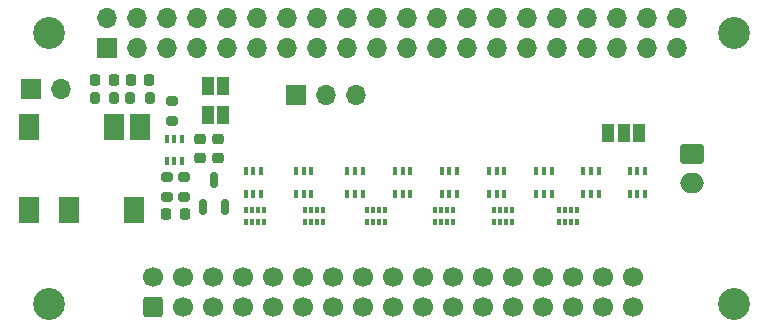
<source format=gbr>
%TF.GenerationSoftware,KiCad,Pcbnew,8.0.4+dfsg-1*%
%TF.CreationDate,2025-02-22T18:35:30+01:00*%
%TF.ProjectId,Acorn_1Mhz_bus_PiZero_interface,41636f72-6e5f-4314-9d68-7a5f6275735f,rev?*%
%TF.SameCoordinates,Original*%
%TF.FileFunction,Soldermask,Top*%
%TF.FilePolarity,Negative*%
%FSLAX46Y46*%
G04 Gerber Fmt 4.6, Leading zero omitted, Abs format (unit mm)*
G04 Created by KiCad (PCBNEW 8.0.4+dfsg-1) date 2025-02-22 18:35:30*
%MOMM*%
%LPD*%
G01*
G04 APERTURE LIST*
G04 Aperture macros list*
%AMRoundRect*
0 Rectangle with rounded corners*
0 $1 Rounding radius*
0 $2 $3 $4 $5 $6 $7 $8 $9 X,Y pos of 4 corners*
0 Add a 4 corners polygon primitive as box body*
4,1,4,$2,$3,$4,$5,$6,$7,$8,$9,$2,$3,0*
0 Add four circle primitives for the rounded corners*
1,1,$1+$1,$2,$3*
1,1,$1+$1,$4,$5*
1,1,$1+$1,$6,$7*
1,1,$1+$1,$8,$9*
0 Add four rect primitives between the rounded corners*
20,1,$1+$1,$2,$3,$4,$5,0*
20,1,$1+$1,$4,$5,$6,$7,0*
20,1,$1+$1,$6,$7,$8,$9,0*
20,1,$1+$1,$8,$9,$2,$3,0*%
G04 Aperture macros list end*
%ADD10RoundRect,0.100000X0.100000X-0.225000X0.100000X0.225000X-0.100000X0.225000X-0.100000X-0.225000X0*%
%ADD11R,0.400000X0.500000*%
%ADD12R,0.300000X0.500000*%
%ADD13R,1.700000X1.700000*%
%ADD14O,1.700000X1.700000*%
%ADD15R,1.000000X1.500000*%
%ADD16RoundRect,0.225000X0.225000X0.250000X-0.225000X0.250000X-0.225000X-0.250000X0.225000X-0.250000X0*%
%ADD17RoundRect,0.225000X0.250000X-0.225000X0.250000X0.225000X-0.250000X0.225000X-0.250000X-0.225000X0*%
%ADD18RoundRect,0.200000X-0.200000X-0.275000X0.200000X-0.275000X0.200000X0.275000X-0.200000X0.275000X0*%
%ADD19C,2.700000*%
%ADD20RoundRect,0.200000X0.275000X-0.200000X0.275000X0.200000X-0.275000X0.200000X-0.275000X-0.200000X0*%
%ADD21RoundRect,0.225000X-0.225000X-0.250000X0.225000X-0.250000X0.225000X0.250000X-0.225000X0.250000X0*%
%ADD22R,1.800000X2.300000*%
%ADD23RoundRect,0.225000X-0.250000X0.225000X-0.250000X-0.225000X0.250000X-0.225000X0.250000X0.225000X0*%
%ADD24RoundRect,0.250000X-0.750000X0.600000X-0.750000X-0.600000X0.750000X-0.600000X0.750000X0.600000X0*%
%ADD25O,2.000000X1.700000*%
%ADD26RoundRect,0.150000X0.150000X-0.512500X0.150000X0.512500X-0.150000X0.512500X-0.150000X-0.512500X0*%
%ADD27RoundRect,0.250000X0.600000X-0.600000X0.600000X0.600000X-0.600000X0.600000X-0.600000X-0.600000X0*%
%ADD28C,1.700000*%
%ADD29RoundRect,0.200000X0.200000X0.275000X-0.200000X0.275000X-0.200000X-0.275000X0.200000X-0.275000X0*%
G04 APERTURE END LIST*
D10*
%TO.C,D7*%
X144800000Y-117150000D03*
X145450000Y-117150000D03*
X146100000Y-117150000D03*
X146100000Y-115250000D03*
X145450000Y-115250000D03*
X144800000Y-115250000D03*
%TD*%
D11*
%TO.C,RN3*%
X130500000Y-119500000D03*
D12*
X131000000Y-119500000D03*
X131500000Y-119500000D03*
D11*
X132000000Y-119500000D03*
X132000000Y-118500000D03*
D12*
X131500000Y-118500000D03*
X131000000Y-118500000D03*
D11*
X130500000Y-118500000D03*
%TD*%
D13*
%TO.C,J5*%
X124500000Y-108750000D03*
D14*
X127040000Y-108750000D03*
X129580000Y-108750000D03*
%TD*%
D15*
%TO.C,JP2*%
X117000000Y-108000000D03*
X118300000Y-108000000D03*
%TD*%
D10*
%TO.C,D8*%
X148800000Y-117150000D03*
X149450000Y-117150000D03*
X150100000Y-117150000D03*
X150100000Y-115250000D03*
X149450000Y-115250000D03*
X148800000Y-115250000D03*
%TD*%
D16*
%TO.C,C5*%
X109025000Y-107500000D03*
X107475000Y-107500000D03*
%TD*%
D10*
%TO.C,U2*%
X113500000Y-114400000D03*
X114150000Y-114400000D03*
X114800000Y-114400000D03*
X114800000Y-112500000D03*
X114150000Y-112500000D03*
X113500000Y-112500000D03*
%TD*%
D17*
%TO.C,C1*%
X117850000Y-114100000D03*
X117850000Y-112550000D03*
%TD*%
D18*
%TO.C,R5*%
X107425000Y-109000000D03*
X109075000Y-109000000D03*
%TD*%
D19*
%TO.C,H4*%
X161550000Y-126500000D03*
%TD*%
D20*
%TO.C,R2*%
X115000000Y-117400000D03*
X115000000Y-115750000D03*
%TD*%
D15*
%TO.C,JP3*%
X150900000Y-112000000D03*
X152200000Y-112000000D03*
X153500000Y-112000000D03*
%TD*%
D11*
%TO.C,RN1*%
X120250000Y-119500000D03*
D12*
X120750000Y-119500000D03*
X121250000Y-119500000D03*
D11*
X121750000Y-119500000D03*
X121750000Y-118500000D03*
D12*
X121250000Y-118500000D03*
X120750000Y-118500000D03*
D11*
X120250000Y-118500000D03*
%TD*%
D20*
%TO.C,R3*%
X114000000Y-110950000D03*
X114000000Y-109300000D03*
%TD*%
D11*
%TO.C,RN5*%
X141250000Y-119500000D03*
D12*
X141750000Y-119500000D03*
X142250000Y-119500000D03*
D11*
X142750000Y-119500000D03*
X142750000Y-118500000D03*
D12*
X142250000Y-118500000D03*
X141750000Y-118500000D03*
D11*
X141250000Y-118500000D03*
%TD*%
D10*
%TO.C,D2*%
X124450000Y-117150000D03*
X125100000Y-117150000D03*
X125750000Y-117150000D03*
X125750000Y-115250000D03*
X125100000Y-115250000D03*
X124450000Y-115250000D03*
%TD*%
D21*
%TO.C,C4*%
X110475000Y-107500000D03*
X112025000Y-107500000D03*
%TD*%
D22*
%TO.C,J3*%
X101850000Y-118500000D03*
X105250000Y-118500000D03*
X110750000Y-118500000D03*
X101850000Y-111500000D03*
X109050000Y-111500000D03*
X111250000Y-111500000D03*
%TD*%
D23*
%TO.C,C3*%
X116350000Y-112550000D03*
X116350000Y-114100000D03*
%TD*%
D10*
%TO.C,D6*%
X140800000Y-117150000D03*
X141450000Y-117150000D03*
X142100000Y-117150000D03*
X142100000Y-115250000D03*
X141450000Y-115250000D03*
X140800000Y-115250000D03*
%TD*%
%TO.C,D9*%
X152700000Y-117150000D03*
X153350000Y-117150000D03*
X154000000Y-117150000D03*
X154000000Y-115250000D03*
X153350000Y-115250000D03*
X152700000Y-115250000D03*
%TD*%
D15*
%TO.C,JP1*%
X118300000Y-110500000D03*
X117000000Y-110500000D03*
%TD*%
D16*
%TO.C,C2*%
X115025000Y-118850000D03*
X113475000Y-118850000D03*
%TD*%
D10*
%TO.C,D4*%
X132850000Y-117150000D03*
X133500000Y-117150000D03*
X134150000Y-117150000D03*
X134150000Y-115250000D03*
X133500000Y-115250000D03*
X132850000Y-115250000D03*
%TD*%
%TO.C,D1*%
X120200000Y-117150000D03*
X120850000Y-117150000D03*
X121500000Y-117150000D03*
X121500000Y-115250000D03*
X120850000Y-115250000D03*
X120200000Y-115250000D03*
%TD*%
D19*
%TO.C,H3*%
X103550000Y-126500000D03*
%TD*%
D11*
%TO.C,RN6*%
X146750000Y-119500000D03*
D12*
X147250000Y-119500000D03*
X147750000Y-119500000D03*
D11*
X148250000Y-119500000D03*
X148250000Y-118500000D03*
D12*
X147750000Y-118500000D03*
X147250000Y-118500000D03*
D11*
X146750000Y-118500000D03*
%TD*%
D13*
%TO.C,J4*%
X102000000Y-108250000D03*
D14*
X104540000Y-108250000D03*
%TD*%
D10*
%TO.C,D3*%
X128800000Y-117150000D03*
X129450000Y-117150000D03*
X130100000Y-117150000D03*
X130100000Y-115250000D03*
X129450000Y-115250000D03*
X128800000Y-115250000D03*
%TD*%
D24*
%TO.C,J6*%
X158000000Y-113750000D03*
D25*
X158000000Y-116250000D03*
%TD*%
D19*
%TO.C,H2*%
X161550000Y-103500000D03*
%TD*%
D11*
%TO.C,RN2*%
X125250000Y-119500000D03*
D12*
X125750000Y-119500000D03*
X126250000Y-119500000D03*
D11*
X126750000Y-119500000D03*
X126750000Y-118500000D03*
D12*
X126250000Y-118500000D03*
X125750000Y-118500000D03*
D11*
X125250000Y-118500000D03*
%TD*%
D26*
%TO.C,U1*%
X116550000Y-118275000D03*
X118450000Y-118275000D03*
X117500000Y-116000000D03*
%TD*%
D27*
%TO.C,J1*%
X112350000Y-126750000D03*
D28*
X112350000Y-124210000D03*
X114890000Y-126750000D03*
X114890000Y-124210000D03*
X117430000Y-126750000D03*
X117430000Y-124210000D03*
X119970000Y-126750000D03*
X119970000Y-124210000D03*
X122510000Y-126750000D03*
X122510000Y-124210000D03*
X125050000Y-126750000D03*
X125050000Y-124210000D03*
X127590000Y-126750000D03*
X127590000Y-124210000D03*
X130130000Y-126750000D03*
X130130000Y-124210000D03*
X132670000Y-126750000D03*
X132670000Y-124210000D03*
X135210000Y-126750000D03*
X135210000Y-124210000D03*
X137750000Y-126750000D03*
X137750000Y-124210000D03*
X140290000Y-126750000D03*
X140290000Y-124210000D03*
X142830000Y-126750000D03*
X142830000Y-124210000D03*
X145370000Y-126750000D03*
X145370000Y-124210000D03*
X147910000Y-126750000D03*
X147910000Y-124210000D03*
X150450000Y-126750000D03*
X150450000Y-124210000D03*
X152990000Y-126750000D03*
X152990000Y-124210000D03*
%TD*%
D29*
%TO.C,R4*%
X112075000Y-109000000D03*
X110425000Y-109000000D03*
%TD*%
D10*
%TO.C,D5*%
X136800000Y-117150000D03*
X137450000Y-117150000D03*
X138100000Y-117150000D03*
X138100000Y-115250000D03*
X137450000Y-115250000D03*
X136800000Y-115250000D03*
%TD*%
D20*
%TO.C,R1*%
X113500000Y-117400000D03*
X113500000Y-115750000D03*
%TD*%
D11*
%TO.C,RN4*%
X136250000Y-119500000D03*
D12*
X136750000Y-119500000D03*
X137250000Y-119500000D03*
D11*
X137750000Y-119500000D03*
X137750000Y-118500000D03*
D12*
X137250000Y-118500000D03*
X136750000Y-118500000D03*
D11*
X136250000Y-118500000D03*
%TD*%
D19*
%TO.C,H1*%
X103550000Y-103500000D03*
%TD*%
D13*
%TO.C,J2*%
X108418680Y-104800000D03*
D14*
X108418680Y-102260000D03*
X110958680Y-104800000D03*
X110958680Y-102260000D03*
X113498680Y-104800000D03*
X113498680Y-102260000D03*
X116038680Y-104800000D03*
X116038680Y-102260000D03*
X118578680Y-104800000D03*
X118578680Y-102260000D03*
X121118680Y-104800000D03*
X121118680Y-102260000D03*
X123658680Y-104800000D03*
X123658680Y-102260000D03*
X126198680Y-104800000D03*
X126198680Y-102260000D03*
X128738680Y-104800000D03*
X128738680Y-102260000D03*
X131278680Y-104800000D03*
X131278680Y-102260000D03*
X133818680Y-104800000D03*
X133818680Y-102260000D03*
X136358680Y-104800000D03*
X136358680Y-102260000D03*
X138898680Y-104800000D03*
X138898680Y-102260000D03*
X141438680Y-104800000D03*
X141438680Y-102260000D03*
X143978680Y-104800000D03*
X143978680Y-102260000D03*
X146518680Y-104800000D03*
X146518680Y-102260000D03*
X149058680Y-104800000D03*
X149058680Y-102260000D03*
X151598680Y-104800000D03*
X151598680Y-102260000D03*
X154138680Y-104800000D03*
X154138680Y-102260000D03*
X156678680Y-104800000D03*
X156678680Y-102260000D03*
%TD*%
M02*

</source>
